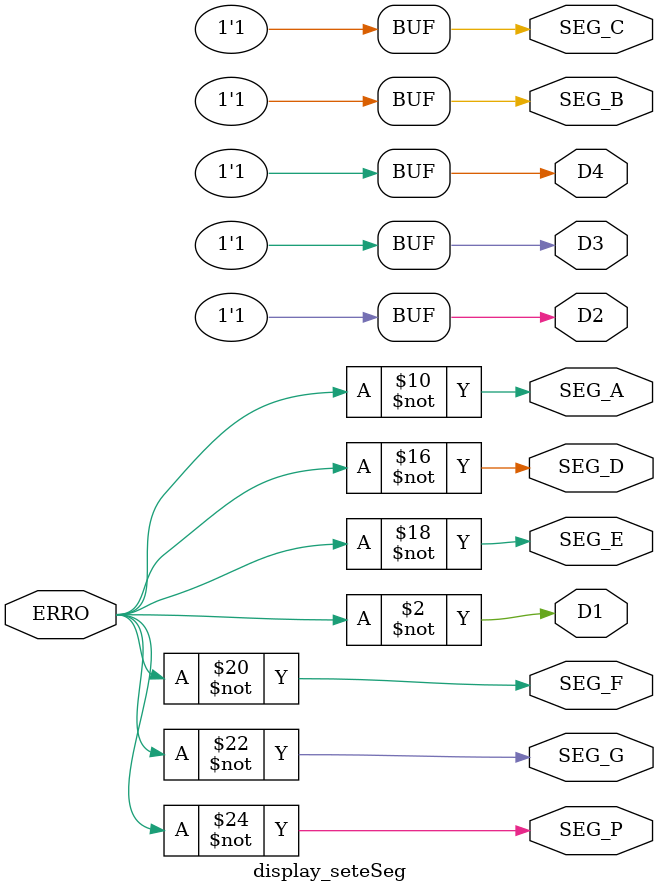
<source format=v>
module display_seteSeg (
    input wire ERRO,
	 output wire D1,
    output wire D2,
    output wire D3,
    output wire D4,
	 output wire SEG_A,
    output wire SEG_B,
    output wire SEG_C,
	 output wire SEG_D,
    output wire SEG_E,
    output wire SEG_F,
    output wire SEG_G,
	 output wire SEG_P
);

    // Inverter a lógica dos segmentos usando NAND para simular o NOT
    
    nor nor1 (D1, 1'b0, ERRO);
	 
	 nand nand1 (D2, 1'b0, ERRO);
	 
	 nand nand2 (D3, 1'b0, ERRO);
	 
	 nand nand3 (D4, 1'b0, ERRO);
	 
	 nor nor2 (SEG_A, 1'b0, ERRO);
	 
	 nand nand4 (SEG_B, 1'b0, ERRO);
	 
	 nand nand5 (SEG_C, 1'b0, ERRO);
	 
	 nor nor3 (SEG_D, 1'b0, ERRO);
	  
	 nor nor4 (SEG_E, 1'b0, ERRO);
	 
	 nor nor5 (SEG_F, 1'b0, ERRO);
	 
	 nor nor6 (SEG_G, 1'b0, ERRO);
	 
	 nor nor7 (SEG_P, 1'b0, ERRO);
	 
endmodule


</source>
